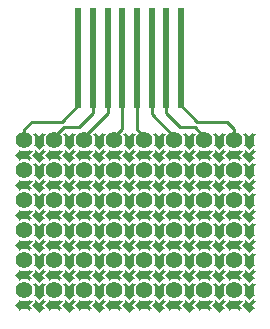
<source format=gtl>
G04 DipTrace 5.1.0.1*
G04 1 - Top.gtl*
%MOIN*%
G04 #@! TF.FileFunction,Copper,L1,Top*
G04 #@! TF.Part,Single*
G04 #@! TA.AperFunction,Conductor*
%ADD13C,0.01*%
%ADD14R,0.024409X0.334646*%
G04 #@! TA.AperFunction,ComponentPad*
%ADD15C,0.055118*%
%FSLAX26Y26*%
G04*
G70*
G90*
G75*
G01*
G04 Top*
%LPD*%
X1038583Y1317323D2*
D13*
Y1080413D1*
X1012402Y1054232D1*
Y1041732D1*
X1087402Y1317323D2*
Y1079232D1*
X1112402Y1054232D1*
Y1041732D1*
X989764Y1317323D2*
Y1131594D1*
X912402Y1054232D1*
Y1041732D1*
X940945Y1317323D2*
Y1132776D1*
X893652Y1085482D1*
X843652D1*
X812402Y1054232D1*
Y1041732D1*
X892126Y1317323D2*
Y1158957D1*
X837402Y1104232D1*
X737402D1*
X712402Y1079232D1*
Y1041732D1*
X1136220Y1317323D2*
Y1130413D1*
X1212402Y1054232D1*
Y1041732D1*
X1185039Y1317323D2*
Y1131594D1*
X1231152Y1085482D1*
X1281152D1*
X1312402Y1054232D1*
Y1041732D1*
X1233858Y1317323D2*
Y1157776D1*
X1287402Y1104232D1*
X1387402D1*
X1412402Y1079232D1*
Y1041732D1*
D14*
X892126Y1317323D3*
X940945D3*
X989764D3*
X1038583D3*
X1087402D3*
X1136220D3*
X1185039D3*
X1233858D3*
D15*
X712402Y941732D3*
X812402D3*
X912402D3*
X1012402D3*
X1112402D3*
X1212402D3*
X1312402D3*
X1412402D3*
X712402Y841732D3*
X812402D3*
X912402D3*
X1012402D3*
X1112402D3*
X1212402D3*
X1312402D3*
X1412402D3*
X712402Y741732D3*
X812402D3*
X912402D3*
X1012402D3*
X1112402D3*
X1212402D3*
X1312402D3*
X1412402D3*
X712402Y641732D3*
X812402D3*
X912402D3*
X1012402D3*
X1112402D3*
X1212402D3*
X1312402D3*
X1412402D3*
X712402Y541732D3*
X812402D3*
X912402D3*
X1012402D3*
X1112402D3*
X1212402D3*
X1312402D3*
X1412402D3*
X712402Y1041732D3*
X812402D3*
X912402D3*
X1012402D3*
X1112402D3*
X1212402D3*
X1312402D3*
X1412402D3*
G36*
X737008Y891732D2*
X762402Y866339D1*
X774094Y878031D1*
X782992D1*
X769291Y891732D1*
X782953Y905394D1*
X776063D1*
Y912283D1*
X762402Y898622D1*
X748701Y912323D1*
Y903425D1*
X737008Y891732D1*
G37*
G36*
X740748Y922047D2*
X749606D1*
X762402Y909252D1*
X775197Y922047D1*
X784055D1*
X776181Y929921D1*
Y953543D1*
X784055Y961417D1*
X775709D1*
Y969409D1*
X762402Y956102D1*
X748701Y969409D1*
Y961417D1*
X740748D1*
X748622Y953543D1*
Y929921D1*
X740748Y922047D1*
G37*
G36*
X692717Y913386D2*
Y904528D1*
X679921Y891732D1*
X692717Y878937D1*
Y870079D1*
X700591Y877953D1*
X724213D1*
X732087Y870079D1*
Y878425D1*
X740079D1*
X726772Y891732D1*
X740079Y905433D1*
X732087D1*
Y913386D1*
X724213Y905512D1*
X700591D1*
X692717Y913386D1*
G37*
G36*
X837008Y891732D2*
X862402Y866339D1*
X874094Y878031D1*
X882992D1*
X869291Y891732D1*
X882953Y905394D1*
X876063D1*
Y912283D1*
X862402Y898622D1*
X848701Y912323D1*
Y903425D1*
X837008Y891732D1*
G37*
G36*
X840748Y922047D2*
X849606D1*
X862402Y909252D1*
X875197Y922047D1*
X884055D1*
X876181Y929921D1*
Y953543D1*
X884055Y961417D1*
X875709D1*
Y969409D1*
X862402Y956102D1*
X848701Y969409D1*
Y961417D1*
X840748D1*
X848622Y953543D1*
Y929921D1*
X840748Y922047D1*
G37*
G36*
X792717Y913386D2*
Y904528D1*
X779921Y891732D1*
X792717Y878937D1*
Y870079D1*
X800591Y877953D1*
X824213D1*
X832087Y870079D1*
Y878425D1*
X840079D1*
X826772Y891732D1*
X840079Y905433D1*
X832087D1*
Y913386D1*
X824213Y905512D1*
X800591D1*
X792717Y913386D1*
G37*
G36*
X937008Y891732D2*
X962402Y866339D1*
X974094Y878031D1*
X982992D1*
X969291Y891732D1*
X982953Y905394D1*
X976063D1*
Y912283D1*
X962402Y898622D1*
X948701Y912323D1*
Y903425D1*
X937008Y891732D1*
G37*
G36*
X940748Y922047D2*
X949606D1*
X962402Y909252D1*
X975197Y922047D1*
X984055D1*
X976181Y929921D1*
Y953543D1*
X984055Y961417D1*
X975709D1*
Y969409D1*
X962402Y956102D1*
X948701Y969409D1*
Y961417D1*
X940748D1*
X948622Y953543D1*
Y929921D1*
X940748Y922047D1*
G37*
G36*
X892717Y913386D2*
Y904528D1*
X879921Y891732D1*
X892717Y878937D1*
Y870079D1*
X900591Y877953D1*
X924213D1*
X932087Y870079D1*
Y878425D1*
X940079D1*
X926772Y891732D1*
X940079Y905433D1*
X932087D1*
Y913386D1*
X924213Y905512D1*
X900591D1*
X892717Y913386D1*
G37*
G36*
X1037008Y891732D2*
X1062402Y866339D1*
X1074094Y878031D1*
X1082992D1*
X1069291Y891732D1*
X1082953Y905394D1*
X1076063D1*
Y912283D1*
X1062402Y898622D1*
X1048701Y912323D1*
Y903425D1*
X1037008Y891732D1*
G37*
G36*
X1040748Y922047D2*
X1049606D1*
X1062402Y909252D1*
X1075197Y922047D1*
X1084055D1*
X1076181Y929921D1*
Y953543D1*
X1084055Y961417D1*
X1075709D1*
Y969409D1*
X1062402Y956102D1*
X1048701Y969409D1*
Y961417D1*
X1040748D1*
X1048622Y953543D1*
Y929921D1*
X1040748Y922047D1*
G37*
G36*
X992717Y913386D2*
Y904528D1*
X979921Y891732D1*
X992717Y878937D1*
Y870079D1*
X1000591Y877953D1*
X1024213D1*
X1032087Y870079D1*
Y878425D1*
X1040079D1*
X1026772Y891732D1*
X1040079Y905433D1*
X1032087D1*
Y913386D1*
X1024213Y905512D1*
X1000591D1*
X992717Y913386D1*
G37*
G36*
X1137008Y891732D2*
X1162402Y866339D1*
X1174094Y878031D1*
X1182992D1*
X1169291Y891732D1*
X1182953Y905394D1*
X1176063D1*
Y912283D1*
X1162402Y898622D1*
X1148701Y912323D1*
Y903425D1*
X1137008Y891732D1*
G37*
G36*
X1140748Y922047D2*
X1149606D1*
X1162402Y909252D1*
X1175197Y922047D1*
X1184055D1*
X1176181Y929921D1*
Y953543D1*
X1184055Y961417D1*
X1175709D1*
Y969409D1*
X1162402Y956102D1*
X1148701Y969409D1*
Y961417D1*
X1140748D1*
X1148622Y953543D1*
Y929921D1*
X1140748Y922047D1*
G37*
G36*
X1092717Y913386D2*
Y904528D1*
X1079921Y891732D1*
X1092717Y878937D1*
Y870079D1*
X1100591Y877953D1*
X1124213D1*
X1132087Y870079D1*
Y878425D1*
X1140079D1*
X1126772Y891732D1*
X1140079Y905433D1*
X1132087D1*
Y913386D1*
X1124213Y905512D1*
X1100591D1*
X1092717Y913386D1*
G37*
G36*
X1237008Y891732D2*
X1262402Y866339D1*
X1274094Y878031D1*
X1282992D1*
X1269291Y891732D1*
X1282953Y905394D1*
X1276063D1*
Y912283D1*
X1262402Y898622D1*
X1248701Y912323D1*
Y903425D1*
X1237008Y891732D1*
G37*
G36*
X1240748Y922047D2*
X1249606D1*
X1262402Y909252D1*
X1275197Y922047D1*
X1284055D1*
X1276181Y929921D1*
Y953543D1*
X1284055Y961417D1*
X1275709D1*
Y969409D1*
X1262402Y956102D1*
X1248701Y969409D1*
Y961417D1*
X1240748D1*
X1248622Y953543D1*
Y929921D1*
X1240748Y922047D1*
G37*
G36*
X1192717Y913386D2*
Y904528D1*
X1179921Y891732D1*
X1192717Y878937D1*
Y870079D1*
X1200591Y877953D1*
X1224213D1*
X1232087Y870079D1*
Y878425D1*
X1240079D1*
X1226772Y891732D1*
X1240079Y905433D1*
X1232087D1*
Y913386D1*
X1224213Y905512D1*
X1200591D1*
X1192717Y913386D1*
G37*
G36*
X1337008Y891732D2*
X1362402Y866339D1*
X1374094Y878031D1*
X1382992D1*
X1369291Y891732D1*
X1382953Y905394D1*
X1376063D1*
Y912283D1*
X1362402Y898622D1*
X1348701Y912323D1*
Y903425D1*
X1337008Y891732D1*
G37*
G36*
X1340748Y922047D2*
X1349606D1*
X1362402Y909252D1*
X1375197Y922047D1*
X1384055D1*
X1376181Y929921D1*
Y953543D1*
X1384055Y961417D1*
X1375709D1*
Y969409D1*
X1362402Y956102D1*
X1348701Y969409D1*
Y961417D1*
X1340748D1*
X1348622Y953543D1*
Y929921D1*
X1340748Y922047D1*
G37*
G36*
X1292717Y913386D2*
Y904528D1*
X1279921Y891732D1*
X1292717Y878937D1*
Y870079D1*
X1300591Y877953D1*
X1324213D1*
X1332087Y870079D1*
Y878425D1*
X1340079D1*
X1326772Y891732D1*
X1340079Y905433D1*
X1332087D1*
Y913386D1*
X1324213Y905512D1*
X1300591D1*
X1292717Y913386D1*
G37*
G36*
X1437008Y891732D2*
X1462402Y866339D1*
X1474094Y878031D1*
X1482992D1*
X1469291Y891732D1*
X1482953Y905394D1*
X1476063D1*
Y912283D1*
X1462402Y898622D1*
X1448701Y912323D1*
Y903425D1*
X1437008Y891732D1*
G37*
G36*
X1440748Y922047D2*
X1449606D1*
X1462402Y909252D1*
X1475197Y922047D1*
X1484055D1*
X1476181Y929921D1*
Y953543D1*
X1484055Y961417D1*
X1475709D1*
Y969409D1*
X1462402Y956102D1*
X1448701Y969409D1*
Y961417D1*
X1440748D1*
X1448622Y953543D1*
Y929921D1*
X1440748Y922047D1*
G37*
G36*
X1392717Y913386D2*
Y904528D1*
X1379921Y891732D1*
X1392717Y878937D1*
Y870079D1*
X1400591Y877953D1*
X1424213D1*
X1432087Y870079D1*
Y878425D1*
X1440079D1*
X1426772Y891732D1*
X1440079Y905433D1*
X1432087D1*
Y913386D1*
X1424213Y905512D1*
X1400591D1*
X1392717Y913386D1*
G37*
G36*
X737008Y791732D2*
X762402Y766339D1*
X774094Y778031D1*
X782992D1*
X769291Y791732D1*
X782953Y805394D1*
X776063D1*
Y812283D1*
X762402Y798622D1*
X748701Y812323D1*
Y803425D1*
X737008Y791732D1*
G37*
G36*
X740748Y822047D2*
X749606D1*
X762402Y809252D1*
X775197Y822047D1*
X784055D1*
X776181Y829921D1*
Y853543D1*
X784055Y861417D1*
X775709D1*
Y869409D1*
X762402Y856102D1*
X748701Y869409D1*
Y861417D1*
X740748D1*
X748622Y853543D1*
Y829921D1*
X740748Y822047D1*
G37*
G36*
X692717Y813386D2*
Y804528D1*
X679921Y791732D1*
X692717Y778937D1*
Y770079D1*
X700591Y777953D1*
X724213D1*
X732087Y770079D1*
Y778425D1*
X740079D1*
X726772Y791732D1*
X740079Y805433D1*
X732087D1*
Y813386D1*
X724213Y805512D1*
X700591D1*
X692717Y813386D1*
G37*
G36*
X837008Y791732D2*
X862402Y766339D1*
X874094Y778031D1*
X882992D1*
X869291Y791732D1*
X882953Y805394D1*
X876063D1*
Y812283D1*
X862402Y798622D1*
X848701Y812323D1*
Y803425D1*
X837008Y791732D1*
G37*
G36*
X840748Y822047D2*
X849606D1*
X862402Y809252D1*
X875197Y822047D1*
X884055D1*
X876181Y829921D1*
Y853543D1*
X884055Y861417D1*
X875709D1*
Y869409D1*
X862402Y856102D1*
X848701Y869409D1*
Y861417D1*
X840748D1*
X848622Y853543D1*
Y829921D1*
X840748Y822047D1*
G37*
G36*
X792717Y813386D2*
Y804528D1*
X779921Y791732D1*
X792717Y778937D1*
Y770079D1*
X800591Y777953D1*
X824213D1*
X832087Y770079D1*
Y778425D1*
X840079D1*
X826772Y791732D1*
X840079Y805433D1*
X832087D1*
Y813386D1*
X824213Y805512D1*
X800591D1*
X792717Y813386D1*
G37*
G36*
X937008Y791732D2*
X962402Y766339D1*
X974094Y778031D1*
X982992D1*
X969291Y791732D1*
X982953Y805394D1*
X976063D1*
Y812283D1*
X962402Y798622D1*
X948701Y812323D1*
Y803425D1*
X937008Y791732D1*
G37*
G36*
X940748Y822047D2*
X949606D1*
X962402Y809252D1*
X975197Y822047D1*
X984055D1*
X976181Y829921D1*
Y853543D1*
X984055Y861417D1*
X975709D1*
Y869409D1*
X962402Y856102D1*
X948701Y869409D1*
Y861417D1*
X940748D1*
X948622Y853543D1*
Y829921D1*
X940748Y822047D1*
G37*
G36*
X892717Y813386D2*
Y804528D1*
X879921Y791732D1*
X892717Y778937D1*
Y770079D1*
X900591Y777953D1*
X924213D1*
X932087Y770079D1*
Y778425D1*
X940079D1*
X926772Y791732D1*
X940079Y805433D1*
X932087D1*
Y813386D1*
X924213Y805512D1*
X900591D1*
X892717Y813386D1*
G37*
G36*
X1037008Y791732D2*
X1062402Y766339D1*
X1074094Y778031D1*
X1082992D1*
X1069291Y791732D1*
X1082953Y805394D1*
X1076063D1*
Y812283D1*
X1062402Y798622D1*
X1048701Y812323D1*
Y803425D1*
X1037008Y791732D1*
G37*
G36*
X1040748Y822047D2*
X1049606D1*
X1062402Y809252D1*
X1075197Y822047D1*
X1084055D1*
X1076181Y829921D1*
Y853543D1*
X1084055Y861417D1*
X1075709D1*
Y869409D1*
X1062402Y856102D1*
X1048701Y869409D1*
Y861417D1*
X1040748D1*
X1048622Y853543D1*
Y829921D1*
X1040748Y822047D1*
G37*
G36*
X992717Y813386D2*
Y804528D1*
X979921Y791732D1*
X992717Y778937D1*
Y770079D1*
X1000591Y777953D1*
X1024213D1*
X1032087Y770079D1*
Y778425D1*
X1040079D1*
X1026772Y791732D1*
X1040079Y805433D1*
X1032087D1*
Y813386D1*
X1024213Y805512D1*
X1000591D1*
X992717Y813386D1*
G37*
G36*
X1137008Y791732D2*
X1162402Y766339D1*
X1174094Y778031D1*
X1182992D1*
X1169291Y791732D1*
X1182953Y805394D1*
X1176063D1*
Y812283D1*
X1162402Y798622D1*
X1148701Y812323D1*
Y803425D1*
X1137008Y791732D1*
G37*
G36*
X1140748Y822047D2*
X1149606D1*
X1162402Y809252D1*
X1175197Y822047D1*
X1184055D1*
X1176181Y829921D1*
Y853543D1*
X1184055Y861417D1*
X1175709D1*
Y869409D1*
X1162402Y856102D1*
X1148701Y869409D1*
Y861417D1*
X1140748D1*
X1148622Y853543D1*
Y829921D1*
X1140748Y822047D1*
G37*
G36*
X1092717Y813386D2*
Y804528D1*
X1079921Y791732D1*
X1092717Y778937D1*
Y770079D1*
X1100591Y777953D1*
X1124213D1*
X1132087Y770079D1*
Y778425D1*
X1140079D1*
X1126772Y791732D1*
X1140079Y805433D1*
X1132087D1*
Y813386D1*
X1124213Y805512D1*
X1100591D1*
X1092717Y813386D1*
G37*
G36*
X1237008Y791732D2*
X1262402Y766339D1*
X1274094Y778031D1*
X1282992D1*
X1269291Y791732D1*
X1282953Y805394D1*
X1276063D1*
Y812283D1*
X1262402Y798622D1*
X1248701Y812323D1*
Y803425D1*
X1237008Y791732D1*
G37*
G36*
X1240748Y822047D2*
X1249606D1*
X1262402Y809252D1*
X1275197Y822047D1*
X1284055D1*
X1276181Y829921D1*
Y853543D1*
X1284055Y861417D1*
X1275709D1*
Y869409D1*
X1262402Y856102D1*
X1248701Y869409D1*
Y861417D1*
X1240748D1*
X1248622Y853543D1*
Y829921D1*
X1240748Y822047D1*
G37*
G36*
X1192717Y813386D2*
Y804528D1*
X1179921Y791732D1*
X1192717Y778937D1*
Y770079D1*
X1200591Y777953D1*
X1224213D1*
X1232087Y770079D1*
Y778425D1*
X1240079D1*
X1226772Y791732D1*
X1240079Y805433D1*
X1232087D1*
Y813386D1*
X1224213Y805512D1*
X1200591D1*
X1192717Y813386D1*
G37*
G36*
X1337008Y791732D2*
X1362402Y766339D1*
X1374094Y778031D1*
X1382992D1*
X1369291Y791732D1*
X1382953Y805394D1*
X1376063D1*
Y812283D1*
X1362402Y798622D1*
X1348701Y812323D1*
Y803425D1*
X1337008Y791732D1*
G37*
G36*
X1340748Y822047D2*
X1349606D1*
X1362402Y809252D1*
X1375197Y822047D1*
X1384055D1*
X1376181Y829921D1*
Y853543D1*
X1384055Y861417D1*
X1375709D1*
Y869409D1*
X1362402Y856102D1*
X1348701Y869409D1*
Y861417D1*
X1340748D1*
X1348622Y853543D1*
Y829921D1*
X1340748Y822047D1*
G37*
G36*
X1292717Y813386D2*
Y804528D1*
X1279921Y791732D1*
X1292717Y778937D1*
Y770079D1*
X1300591Y777953D1*
X1324213D1*
X1332087Y770079D1*
Y778425D1*
X1340079D1*
X1326772Y791732D1*
X1340079Y805433D1*
X1332087D1*
Y813386D1*
X1324213Y805512D1*
X1300591D1*
X1292717Y813386D1*
G37*
G36*
X1437008Y791732D2*
X1462402Y766339D1*
X1474094Y778031D1*
X1482992D1*
X1469291Y791732D1*
X1482953Y805394D1*
X1476063D1*
Y812283D1*
X1462402Y798622D1*
X1448701Y812323D1*
Y803425D1*
X1437008Y791732D1*
G37*
G36*
X1440748Y822047D2*
X1449606D1*
X1462402Y809252D1*
X1475197Y822047D1*
X1484055D1*
X1476181Y829921D1*
Y853543D1*
X1484055Y861417D1*
X1475709D1*
Y869409D1*
X1462402Y856102D1*
X1448701Y869409D1*
Y861417D1*
X1440748D1*
X1448622Y853543D1*
Y829921D1*
X1440748Y822047D1*
G37*
G36*
X1392717Y813386D2*
Y804528D1*
X1379921Y791732D1*
X1392717Y778937D1*
Y770079D1*
X1400591Y777953D1*
X1424213D1*
X1432087Y770079D1*
Y778425D1*
X1440079D1*
X1426772Y791732D1*
X1440079Y805433D1*
X1432087D1*
Y813386D1*
X1424213Y805512D1*
X1400591D1*
X1392717Y813386D1*
G37*
G36*
X737008Y691732D2*
X762402Y666339D1*
X774094Y678031D1*
X782992D1*
X769291Y691732D1*
X782953Y705394D1*
X776063D1*
Y712283D1*
X762402Y698622D1*
X748701Y712323D1*
Y703425D1*
X737008Y691732D1*
G37*
G36*
X740748Y722047D2*
X749606D1*
X762402Y709252D1*
X775197Y722047D1*
X784055D1*
X776181Y729921D1*
Y753543D1*
X784055Y761417D1*
X775709D1*
Y769409D1*
X762402Y756102D1*
X748701Y769409D1*
Y761417D1*
X740748D1*
X748622Y753543D1*
Y729921D1*
X740748Y722047D1*
G37*
G36*
X692717Y713386D2*
Y704528D1*
X679921Y691732D1*
X692717Y678937D1*
Y670079D1*
X700591Y677953D1*
X724213D1*
X732087Y670079D1*
Y678425D1*
X740079D1*
X726772Y691732D1*
X740079Y705433D1*
X732087D1*
Y713386D1*
X724213Y705512D1*
X700591D1*
X692717Y713386D1*
G37*
G36*
X837008Y691732D2*
X862402Y666339D1*
X874094Y678031D1*
X882992D1*
X869291Y691732D1*
X882953Y705394D1*
X876063D1*
Y712283D1*
X862402Y698622D1*
X848701Y712323D1*
Y703425D1*
X837008Y691732D1*
G37*
G36*
X840748Y722047D2*
X849606D1*
X862402Y709252D1*
X875197Y722047D1*
X884055D1*
X876181Y729921D1*
Y753543D1*
X884055Y761417D1*
X875709D1*
Y769409D1*
X862402Y756102D1*
X848701Y769409D1*
Y761417D1*
X840748D1*
X848622Y753543D1*
Y729921D1*
X840748Y722047D1*
G37*
G36*
X792717Y713386D2*
Y704528D1*
X779921Y691732D1*
X792717Y678937D1*
Y670079D1*
X800591Y677953D1*
X824213D1*
X832087Y670079D1*
Y678425D1*
X840079D1*
X826772Y691732D1*
X840079Y705433D1*
X832087D1*
Y713386D1*
X824213Y705512D1*
X800591D1*
X792717Y713386D1*
G37*
G36*
X937008Y691732D2*
X962402Y666339D1*
X974094Y678031D1*
X982992D1*
X969291Y691732D1*
X982953Y705394D1*
X976063D1*
Y712283D1*
X962402Y698622D1*
X948701Y712323D1*
Y703425D1*
X937008Y691732D1*
G37*
G36*
X940748Y722047D2*
X949606D1*
X962402Y709252D1*
X975197Y722047D1*
X984055D1*
X976181Y729921D1*
Y753543D1*
X984055Y761417D1*
X975709D1*
Y769409D1*
X962402Y756102D1*
X948701Y769409D1*
Y761417D1*
X940748D1*
X948622Y753543D1*
Y729921D1*
X940748Y722047D1*
G37*
G36*
X892717Y713386D2*
Y704528D1*
X879921Y691732D1*
X892717Y678937D1*
Y670079D1*
X900591Y677953D1*
X924213D1*
X932087Y670079D1*
Y678425D1*
X940079D1*
X926772Y691732D1*
X940079Y705433D1*
X932087D1*
Y713386D1*
X924213Y705512D1*
X900591D1*
X892717Y713386D1*
G37*
G36*
X1037008Y691732D2*
X1062402Y666339D1*
X1074094Y678031D1*
X1082992D1*
X1069291Y691732D1*
X1082953Y705394D1*
X1076063D1*
Y712283D1*
X1062402Y698622D1*
X1048701Y712323D1*
Y703425D1*
X1037008Y691732D1*
G37*
G36*
X1040748Y722047D2*
X1049606D1*
X1062402Y709252D1*
X1075197Y722047D1*
X1084055D1*
X1076181Y729921D1*
Y753543D1*
X1084055Y761417D1*
X1075709D1*
Y769409D1*
X1062402Y756102D1*
X1048701Y769409D1*
Y761417D1*
X1040748D1*
X1048622Y753543D1*
Y729921D1*
X1040748Y722047D1*
G37*
G36*
X992717Y713386D2*
Y704528D1*
X979921Y691732D1*
X992717Y678937D1*
Y670079D1*
X1000591Y677953D1*
X1024213D1*
X1032087Y670079D1*
Y678425D1*
X1040079D1*
X1026772Y691732D1*
X1040079Y705433D1*
X1032087D1*
Y713386D1*
X1024213Y705512D1*
X1000591D1*
X992717Y713386D1*
G37*
G36*
X1137008Y691732D2*
X1162402Y666339D1*
X1174094Y678031D1*
X1182992D1*
X1169291Y691732D1*
X1182953Y705394D1*
X1176063D1*
Y712283D1*
X1162402Y698622D1*
X1148701Y712323D1*
Y703425D1*
X1137008Y691732D1*
G37*
G36*
X1140748Y722047D2*
X1149606D1*
X1162402Y709252D1*
X1175197Y722047D1*
X1184055D1*
X1176181Y729921D1*
Y753543D1*
X1184055Y761417D1*
X1175709D1*
Y769409D1*
X1162402Y756102D1*
X1148701Y769409D1*
Y761417D1*
X1140748D1*
X1148622Y753543D1*
Y729921D1*
X1140748Y722047D1*
G37*
G36*
X1092717Y713386D2*
Y704528D1*
X1079921Y691732D1*
X1092717Y678937D1*
Y670079D1*
X1100591Y677953D1*
X1124213D1*
X1132087Y670079D1*
Y678425D1*
X1140079D1*
X1126772Y691732D1*
X1140079Y705433D1*
X1132087D1*
Y713386D1*
X1124213Y705512D1*
X1100591D1*
X1092717Y713386D1*
G37*
G36*
X1237008Y691732D2*
X1262402Y666339D1*
X1274094Y678031D1*
X1282992D1*
X1269291Y691732D1*
X1282953Y705394D1*
X1276063D1*
Y712283D1*
X1262402Y698622D1*
X1248701Y712323D1*
Y703425D1*
X1237008Y691732D1*
G37*
G36*
X1240748Y722047D2*
X1249606D1*
X1262402Y709252D1*
X1275197Y722047D1*
X1284055D1*
X1276181Y729921D1*
Y753543D1*
X1284055Y761417D1*
X1275709D1*
Y769409D1*
X1262402Y756102D1*
X1248701Y769409D1*
Y761417D1*
X1240748D1*
X1248622Y753543D1*
Y729921D1*
X1240748Y722047D1*
G37*
G36*
X1192717Y713386D2*
Y704528D1*
X1179921Y691732D1*
X1192717Y678937D1*
Y670079D1*
X1200591Y677953D1*
X1224213D1*
X1232087Y670079D1*
Y678425D1*
X1240079D1*
X1226772Y691732D1*
X1240079Y705433D1*
X1232087D1*
Y713386D1*
X1224213Y705512D1*
X1200591D1*
X1192717Y713386D1*
G37*
G36*
X1337008Y691732D2*
X1362402Y666339D1*
X1374094Y678031D1*
X1382992D1*
X1369291Y691732D1*
X1382953Y705394D1*
X1376063D1*
Y712283D1*
X1362402Y698622D1*
X1348701Y712323D1*
Y703425D1*
X1337008Y691732D1*
G37*
G36*
X1340748Y722047D2*
X1349606D1*
X1362402Y709252D1*
X1375197Y722047D1*
X1384055D1*
X1376181Y729921D1*
Y753543D1*
X1384055Y761417D1*
X1375709D1*
Y769409D1*
X1362402Y756102D1*
X1348701Y769409D1*
Y761417D1*
X1340748D1*
X1348622Y753543D1*
Y729921D1*
X1340748Y722047D1*
G37*
G36*
X1292717Y713386D2*
Y704528D1*
X1279921Y691732D1*
X1292717Y678937D1*
Y670079D1*
X1300591Y677953D1*
X1324213D1*
X1332087Y670079D1*
Y678425D1*
X1340079D1*
X1326772Y691732D1*
X1340079Y705433D1*
X1332087D1*
Y713386D1*
X1324213Y705512D1*
X1300591D1*
X1292717Y713386D1*
G37*
G36*
X1437008Y691732D2*
X1462402Y666339D1*
X1474094Y678031D1*
X1482992D1*
X1469291Y691732D1*
X1482953Y705394D1*
X1476063D1*
Y712283D1*
X1462402Y698622D1*
X1448701Y712323D1*
Y703425D1*
X1437008Y691732D1*
G37*
G36*
X1440748Y722047D2*
X1449606D1*
X1462402Y709252D1*
X1475197Y722047D1*
X1484055D1*
X1476181Y729921D1*
Y753543D1*
X1484055Y761417D1*
X1475709D1*
Y769409D1*
X1462402Y756102D1*
X1448701Y769409D1*
Y761417D1*
X1440748D1*
X1448622Y753543D1*
Y729921D1*
X1440748Y722047D1*
G37*
G36*
X1392717Y713386D2*
Y704528D1*
X1379921Y691732D1*
X1392717Y678937D1*
Y670079D1*
X1400591Y677953D1*
X1424213D1*
X1432087Y670079D1*
Y678425D1*
X1440079D1*
X1426772Y691732D1*
X1440079Y705433D1*
X1432087D1*
Y713386D1*
X1424213Y705512D1*
X1400591D1*
X1392717Y713386D1*
G37*
G36*
X737008Y591732D2*
X762402Y566339D1*
X774094Y578031D1*
X782992D1*
X769291Y591732D1*
X782953Y605394D1*
X776063D1*
Y612283D1*
X762402Y598622D1*
X748701Y612323D1*
Y603425D1*
X737008Y591732D1*
G37*
G36*
X740748Y622047D2*
X749606D1*
X762402Y609252D1*
X775197Y622047D1*
X784055D1*
X776181Y629921D1*
Y653543D1*
X784055Y661417D1*
X775709D1*
Y669409D1*
X762402Y656102D1*
X748701Y669409D1*
Y661417D1*
X740748D1*
X748622Y653543D1*
Y629921D1*
X740748Y622047D1*
G37*
G36*
X692717Y613386D2*
Y604528D1*
X679921Y591732D1*
X692717Y578937D1*
Y570079D1*
X700591Y577953D1*
X724213D1*
X732087Y570079D1*
Y578425D1*
X740079D1*
X726772Y591732D1*
X740079Y605433D1*
X732087D1*
Y613386D1*
X724213Y605512D1*
X700591D1*
X692717Y613386D1*
G37*
G36*
X837008Y591732D2*
X862402Y566339D1*
X874094Y578031D1*
X882992D1*
X869291Y591732D1*
X882953Y605394D1*
X876063D1*
Y612283D1*
X862402Y598622D1*
X848701Y612323D1*
Y603425D1*
X837008Y591732D1*
G37*
G36*
X840748Y622047D2*
X849606D1*
X862402Y609252D1*
X875197Y622047D1*
X884055D1*
X876181Y629921D1*
Y653543D1*
X884055Y661417D1*
X875709D1*
Y669409D1*
X862402Y656102D1*
X848701Y669409D1*
Y661417D1*
X840748D1*
X848622Y653543D1*
Y629921D1*
X840748Y622047D1*
G37*
G36*
X792717Y613386D2*
Y604528D1*
X779921Y591732D1*
X792717Y578937D1*
Y570079D1*
X800591Y577953D1*
X824213D1*
X832087Y570079D1*
Y578425D1*
X840079D1*
X826772Y591732D1*
X840079Y605433D1*
X832087D1*
Y613386D1*
X824213Y605512D1*
X800591D1*
X792717Y613386D1*
G37*
G36*
X937008Y591732D2*
X962402Y566339D1*
X974094Y578031D1*
X982992D1*
X969291Y591732D1*
X982953Y605394D1*
X976063D1*
Y612283D1*
X962402Y598622D1*
X948701Y612323D1*
Y603425D1*
X937008Y591732D1*
G37*
G36*
X940748Y622047D2*
X949606D1*
X962402Y609252D1*
X975197Y622047D1*
X984055D1*
X976181Y629921D1*
Y653543D1*
X984055Y661417D1*
X975709D1*
Y669409D1*
X962402Y656102D1*
X948701Y669409D1*
Y661417D1*
X940748D1*
X948622Y653543D1*
Y629921D1*
X940748Y622047D1*
G37*
G36*
X892717Y613386D2*
Y604528D1*
X879921Y591732D1*
X892717Y578937D1*
Y570079D1*
X900591Y577953D1*
X924213D1*
X932087Y570079D1*
Y578425D1*
X940079D1*
X926772Y591732D1*
X940079Y605433D1*
X932087D1*
Y613386D1*
X924213Y605512D1*
X900591D1*
X892717Y613386D1*
G37*
G36*
X1037008Y591732D2*
X1062402Y566339D1*
X1074094Y578031D1*
X1082992D1*
X1069291Y591732D1*
X1082953Y605394D1*
X1076063D1*
Y612283D1*
X1062402Y598622D1*
X1048701Y612323D1*
Y603425D1*
X1037008Y591732D1*
G37*
G36*
X1040748Y622047D2*
X1049606D1*
X1062402Y609252D1*
X1075197Y622047D1*
X1084055D1*
X1076181Y629921D1*
Y653543D1*
X1084055Y661417D1*
X1075709D1*
Y669409D1*
X1062402Y656102D1*
X1048701Y669409D1*
Y661417D1*
X1040748D1*
X1048622Y653543D1*
Y629921D1*
X1040748Y622047D1*
G37*
G36*
X992717Y613386D2*
Y604528D1*
X979921Y591732D1*
X992717Y578937D1*
Y570079D1*
X1000591Y577953D1*
X1024213D1*
X1032087Y570079D1*
Y578425D1*
X1040079D1*
X1026772Y591732D1*
X1040079Y605433D1*
X1032087D1*
Y613386D1*
X1024213Y605512D1*
X1000591D1*
X992717Y613386D1*
G37*
G36*
X1137008Y591732D2*
X1162402Y566339D1*
X1174094Y578031D1*
X1182992D1*
X1169291Y591732D1*
X1182953Y605394D1*
X1176063D1*
Y612283D1*
X1162402Y598622D1*
X1148701Y612323D1*
Y603425D1*
X1137008Y591732D1*
G37*
G36*
X1140748Y622047D2*
X1149606D1*
X1162402Y609252D1*
X1175197Y622047D1*
X1184055D1*
X1176181Y629921D1*
Y653543D1*
X1184055Y661417D1*
X1175709D1*
Y669409D1*
X1162402Y656102D1*
X1148701Y669409D1*
Y661417D1*
X1140748D1*
X1148622Y653543D1*
Y629921D1*
X1140748Y622047D1*
G37*
G36*
X1092717Y613386D2*
Y604528D1*
X1079921Y591732D1*
X1092717Y578937D1*
Y570079D1*
X1100591Y577953D1*
X1124213D1*
X1132087Y570079D1*
Y578425D1*
X1140079D1*
X1126772Y591732D1*
X1140079Y605433D1*
X1132087D1*
Y613386D1*
X1124213Y605512D1*
X1100591D1*
X1092717Y613386D1*
G37*
G36*
X1237008Y591732D2*
X1262402Y566339D1*
X1274094Y578031D1*
X1282992D1*
X1269291Y591732D1*
X1282953Y605394D1*
X1276063D1*
Y612283D1*
X1262402Y598622D1*
X1248701Y612323D1*
Y603425D1*
X1237008Y591732D1*
G37*
G36*
X1240748Y622047D2*
X1249606D1*
X1262402Y609252D1*
X1275197Y622047D1*
X1284055D1*
X1276181Y629921D1*
Y653543D1*
X1284055Y661417D1*
X1275709D1*
Y669409D1*
X1262402Y656102D1*
X1248701Y669409D1*
Y661417D1*
X1240748D1*
X1248622Y653543D1*
Y629921D1*
X1240748Y622047D1*
G37*
G36*
X1192717Y613386D2*
Y604528D1*
X1179921Y591732D1*
X1192717Y578937D1*
Y570079D1*
X1200591Y577953D1*
X1224213D1*
X1232087Y570079D1*
Y578425D1*
X1240079D1*
X1226772Y591732D1*
X1240079Y605433D1*
X1232087D1*
Y613386D1*
X1224213Y605512D1*
X1200591D1*
X1192717Y613386D1*
G37*
G36*
X1337008Y591732D2*
X1362402Y566339D1*
X1374094Y578031D1*
X1382992D1*
X1369291Y591732D1*
X1382953Y605394D1*
X1376063D1*
Y612283D1*
X1362402Y598622D1*
X1348701Y612323D1*
Y603425D1*
X1337008Y591732D1*
G37*
G36*
X1340748Y622047D2*
X1349606D1*
X1362402Y609252D1*
X1375197Y622047D1*
X1384055D1*
X1376181Y629921D1*
Y653543D1*
X1384055Y661417D1*
X1375709D1*
Y669409D1*
X1362402Y656102D1*
X1348701Y669409D1*
Y661417D1*
X1340748D1*
X1348622Y653543D1*
Y629921D1*
X1340748Y622047D1*
G37*
G36*
X1292717Y613386D2*
Y604528D1*
X1279921Y591732D1*
X1292717Y578937D1*
Y570079D1*
X1300591Y577953D1*
X1324213D1*
X1332087Y570079D1*
Y578425D1*
X1340079D1*
X1326772Y591732D1*
X1340079Y605433D1*
X1332087D1*
Y613386D1*
X1324213Y605512D1*
X1300591D1*
X1292717Y613386D1*
G37*
G36*
X1437008Y591732D2*
X1462402Y566339D1*
X1474094Y578031D1*
X1482992D1*
X1469291Y591732D1*
X1482953Y605394D1*
X1476063D1*
Y612283D1*
X1462402Y598622D1*
X1448701Y612323D1*
Y603425D1*
X1437008Y591732D1*
G37*
G36*
X1440748Y622047D2*
X1449606D1*
X1462402Y609252D1*
X1475197Y622047D1*
X1484055D1*
X1476181Y629921D1*
Y653543D1*
X1484055Y661417D1*
X1475709D1*
Y669409D1*
X1462402Y656102D1*
X1448701Y669409D1*
Y661417D1*
X1440748D1*
X1448622Y653543D1*
Y629921D1*
X1440748Y622047D1*
G37*
G36*
X1392717Y613386D2*
Y604528D1*
X1379921Y591732D1*
X1392717Y578937D1*
Y570079D1*
X1400591Y577953D1*
X1424213D1*
X1432087Y570079D1*
Y578425D1*
X1440079D1*
X1426772Y591732D1*
X1440079Y605433D1*
X1432087D1*
Y613386D1*
X1424213Y605512D1*
X1400591D1*
X1392717Y613386D1*
G37*
G36*
X737008Y491732D2*
X762402Y466339D1*
X774094Y478031D1*
X782992D1*
X769291Y491732D1*
X782953Y505394D1*
X776063D1*
Y512283D1*
X762402Y498622D1*
X748701Y512323D1*
Y503425D1*
X737008Y491732D1*
G37*
G36*
X740748Y522047D2*
X749606D1*
X762402Y509252D1*
X775197Y522047D1*
X784055D1*
X776181Y529921D1*
Y553543D1*
X784055Y561417D1*
X775709D1*
Y569409D1*
X762402Y556102D1*
X748701Y569409D1*
Y561417D1*
X740748D1*
X748622Y553543D1*
Y529921D1*
X740748Y522047D1*
G37*
G36*
X692717Y513386D2*
Y504528D1*
X679921Y491732D1*
X692717Y478937D1*
Y470079D1*
X700591Y477953D1*
X724213D1*
X732087Y470079D1*
Y478425D1*
X740079D1*
X726772Y491732D1*
X740079Y505433D1*
X732087D1*
Y513386D1*
X724213Y505512D1*
X700591D1*
X692717Y513386D1*
G37*
G36*
X837008Y491732D2*
X862402Y466339D1*
X874094Y478031D1*
X882992D1*
X869291Y491732D1*
X882953Y505394D1*
X876063D1*
Y512283D1*
X862402Y498622D1*
X848701Y512323D1*
Y503425D1*
X837008Y491732D1*
G37*
G36*
X840748Y522047D2*
X849606D1*
X862402Y509252D1*
X875197Y522047D1*
X884055D1*
X876181Y529921D1*
Y553543D1*
X884055Y561417D1*
X875709D1*
Y569409D1*
X862402Y556102D1*
X848701Y569409D1*
Y561417D1*
X840748D1*
X848622Y553543D1*
Y529921D1*
X840748Y522047D1*
G37*
G36*
X792717Y513386D2*
Y504528D1*
X779921Y491732D1*
X792717Y478937D1*
Y470079D1*
X800591Y477953D1*
X824213D1*
X832087Y470079D1*
Y478425D1*
X840079D1*
X826772Y491732D1*
X840079Y505433D1*
X832087D1*
Y513386D1*
X824213Y505512D1*
X800591D1*
X792717Y513386D1*
G37*
G36*
X937008Y491732D2*
X962402Y466339D1*
X974094Y478031D1*
X982992D1*
X969291Y491732D1*
X982953Y505394D1*
X976063D1*
Y512283D1*
X962402Y498622D1*
X948701Y512323D1*
Y503425D1*
X937008Y491732D1*
G37*
G36*
X940748Y522047D2*
X949606D1*
X962402Y509252D1*
X975197Y522047D1*
X984055D1*
X976181Y529921D1*
Y553543D1*
X984055Y561417D1*
X975709D1*
Y569409D1*
X962402Y556102D1*
X948701Y569409D1*
Y561417D1*
X940748D1*
X948622Y553543D1*
Y529921D1*
X940748Y522047D1*
G37*
G36*
X892717Y513386D2*
Y504528D1*
X879921Y491732D1*
X892717Y478937D1*
Y470079D1*
X900591Y477953D1*
X924213D1*
X932087Y470079D1*
Y478425D1*
X940079D1*
X926772Y491732D1*
X940079Y505433D1*
X932087D1*
Y513386D1*
X924213Y505512D1*
X900591D1*
X892717Y513386D1*
G37*
G36*
X1037008Y491732D2*
X1062402Y466339D1*
X1074094Y478031D1*
X1082992D1*
X1069291Y491732D1*
X1082953Y505394D1*
X1076063D1*
Y512283D1*
X1062402Y498622D1*
X1048701Y512323D1*
Y503425D1*
X1037008Y491732D1*
G37*
G36*
X1040748Y522047D2*
X1049606D1*
X1062402Y509252D1*
X1075197Y522047D1*
X1084055D1*
X1076181Y529921D1*
Y553543D1*
X1084055Y561417D1*
X1075709D1*
Y569409D1*
X1062402Y556102D1*
X1048701Y569409D1*
Y561417D1*
X1040748D1*
X1048622Y553543D1*
Y529921D1*
X1040748Y522047D1*
G37*
G36*
X992717Y513386D2*
Y504528D1*
X979921Y491732D1*
X992717Y478937D1*
Y470079D1*
X1000591Y477953D1*
X1024213D1*
X1032087Y470079D1*
Y478425D1*
X1040079D1*
X1026772Y491732D1*
X1040079Y505433D1*
X1032087D1*
Y513386D1*
X1024213Y505512D1*
X1000591D1*
X992717Y513386D1*
G37*
G36*
X1137008Y491732D2*
X1162402Y466339D1*
X1174094Y478031D1*
X1182992D1*
X1169291Y491732D1*
X1182953Y505394D1*
X1176063D1*
Y512283D1*
X1162402Y498622D1*
X1148701Y512323D1*
Y503425D1*
X1137008Y491732D1*
G37*
G36*
X1140748Y522047D2*
X1149606D1*
X1162402Y509252D1*
X1175197Y522047D1*
X1184055D1*
X1176181Y529921D1*
Y553543D1*
X1184055Y561417D1*
X1175709D1*
Y569409D1*
X1162402Y556102D1*
X1148701Y569409D1*
Y561417D1*
X1140748D1*
X1148622Y553543D1*
Y529921D1*
X1140748Y522047D1*
G37*
G36*
X1092717Y513386D2*
Y504528D1*
X1079921Y491732D1*
X1092717Y478937D1*
Y470079D1*
X1100591Y477953D1*
X1124213D1*
X1132087Y470079D1*
Y478425D1*
X1140079D1*
X1126772Y491732D1*
X1140079Y505433D1*
X1132087D1*
Y513386D1*
X1124213Y505512D1*
X1100591D1*
X1092717Y513386D1*
G37*
G36*
X1237008Y491732D2*
X1262402Y466339D1*
X1274094Y478031D1*
X1282992D1*
X1269291Y491732D1*
X1282953Y505394D1*
X1276063D1*
Y512283D1*
X1262402Y498622D1*
X1248701Y512323D1*
Y503425D1*
X1237008Y491732D1*
G37*
G36*
X1240748Y522047D2*
X1249606D1*
X1262402Y509252D1*
X1275197Y522047D1*
X1284055D1*
X1276181Y529921D1*
Y553543D1*
X1284055Y561417D1*
X1275709D1*
Y569409D1*
X1262402Y556102D1*
X1248701Y569409D1*
Y561417D1*
X1240748D1*
X1248622Y553543D1*
Y529921D1*
X1240748Y522047D1*
G37*
G36*
X1192717Y513386D2*
Y504528D1*
X1179921Y491732D1*
X1192717Y478937D1*
Y470079D1*
X1200591Y477953D1*
X1224213D1*
X1232087Y470079D1*
Y478425D1*
X1240079D1*
X1226772Y491732D1*
X1240079Y505433D1*
X1232087D1*
Y513386D1*
X1224213Y505512D1*
X1200591D1*
X1192717Y513386D1*
G37*
G36*
X1337008Y491732D2*
X1362402Y466339D1*
X1374094Y478031D1*
X1382992D1*
X1369291Y491732D1*
X1382953Y505394D1*
X1376063D1*
Y512283D1*
X1362402Y498622D1*
X1348701Y512323D1*
Y503425D1*
X1337008Y491732D1*
G37*
G36*
X1340748Y522047D2*
X1349606D1*
X1362402Y509252D1*
X1375197Y522047D1*
X1384055D1*
X1376181Y529921D1*
Y553543D1*
X1384055Y561417D1*
X1375709D1*
Y569409D1*
X1362402Y556102D1*
X1348701Y569409D1*
Y561417D1*
X1340748D1*
X1348622Y553543D1*
Y529921D1*
X1340748Y522047D1*
G37*
G36*
X1292717Y513386D2*
Y504528D1*
X1279921Y491732D1*
X1292717Y478937D1*
Y470079D1*
X1300591Y477953D1*
X1324213D1*
X1332087Y470079D1*
Y478425D1*
X1340079D1*
X1326772Y491732D1*
X1340079Y505433D1*
X1332087D1*
Y513386D1*
X1324213Y505512D1*
X1300591D1*
X1292717Y513386D1*
G37*
G36*
X1437008Y491732D2*
X1462402Y466339D1*
X1474094Y478031D1*
X1482992D1*
X1469291Y491732D1*
X1482953Y505394D1*
X1476063D1*
Y512283D1*
X1462402Y498622D1*
X1448701Y512323D1*
Y503425D1*
X1437008Y491732D1*
G37*
G36*
X1440748Y522047D2*
X1449606D1*
X1462402Y509252D1*
X1475197Y522047D1*
X1484055D1*
X1476181Y529921D1*
Y553543D1*
X1484055Y561417D1*
X1475709D1*
Y569409D1*
X1462402Y556102D1*
X1448701Y569409D1*
Y561417D1*
X1440748D1*
X1448622Y553543D1*
Y529921D1*
X1440748Y522047D1*
G37*
G36*
X1392717Y513386D2*
Y504528D1*
X1379921Y491732D1*
X1392717Y478937D1*
Y470079D1*
X1400591Y477953D1*
X1424213D1*
X1432087Y470079D1*
Y478425D1*
X1440079D1*
X1426772Y491732D1*
X1440079Y505433D1*
X1432087D1*
Y513386D1*
X1424213Y505512D1*
X1400591D1*
X1392717Y513386D1*
G37*
G36*
X737008Y991732D2*
X762402Y966339D1*
X774094Y978031D1*
X782992D1*
X769291Y991732D1*
X782953Y1005394D1*
X776063D1*
Y1012283D1*
X762402Y998622D1*
X748701Y1012323D1*
Y1003425D1*
X737008Y991732D1*
G37*
G36*
X740748Y1022047D2*
X749606D1*
X762402Y1009252D1*
X775197Y1022047D1*
X784055D1*
X776181Y1029921D1*
Y1053543D1*
X784055Y1061417D1*
X775709D1*
Y1069409D1*
X762402Y1056102D1*
X748701Y1069409D1*
Y1061417D1*
X740748D1*
X748622Y1053543D1*
Y1029921D1*
X740748Y1022047D1*
G37*
G36*
X692717Y1013386D2*
Y1004528D1*
X679921Y991732D1*
X692717Y978937D1*
Y970079D1*
X700591Y977953D1*
X724213D1*
X732087Y970079D1*
Y978425D1*
X740079D1*
X726772Y991732D1*
X740079Y1005433D1*
X732087D1*
Y1013386D1*
X724213Y1005512D1*
X700591D1*
X692717Y1013386D1*
G37*
G36*
X837008Y991732D2*
X862402Y966339D1*
X874094Y978031D1*
X882992D1*
X869291Y991732D1*
X882953Y1005394D1*
X876063D1*
Y1012283D1*
X862402Y998622D1*
X848701Y1012323D1*
Y1003425D1*
X837008Y991732D1*
G37*
G36*
X840748Y1022047D2*
X849606D1*
X862402Y1009252D1*
X875197Y1022047D1*
X884055D1*
X876181Y1029921D1*
Y1053543D1*
X884055Y1061417D1*
X875709D1*
Y1069409D1*
X862402Y1056102D1*
X848701Y1069409D1*
Y1061417D1*
X840748D1*
X848622Y1053543D1*
Y1029921D1*
X840748Y1022047D1*
G37*
G36*
X792717Y1013386D2*
Y1004528D1*
X779921Y991732D1*
X792717Y978937D1*
Y970079D1*
X800591Y977953D1*
X824213D1*
X832087Y970079D1*
Y978425D1*
X840079D1*
X826772Y991732D1*
X840079Y1005433D1*
X832087D1*
Y1013386D1*
X824213Y1005512D1*
X800591D1*
X792717Y1013386D1*
G37*
G36*
X937008Y991732D2*
X962402Y966339D1*
X974094Y978031D1*
X982992D1*
X969291Y991732D1*
X982953Y1005394D1*
X976063D1*
Y1012283D1*
X962402Y998622D1*
X948701Y1012323D1*
Y1003425D1*
X937008Y991732D1*
G37*
G36*
X940748Y1022047D2*
X949606D1*
X962402Y1009252D1*
X975197Y1022047D1*
X984055D1*
X976181Y1029921D1*
Y1053543D1*
X984055Y1061417D1*
X975709D1*
Y1069409D1*
X962402Y1056102D1*
X948701Y1069409D1*
Y1061417D1*
X940748D1*
X948622Y1053543D1*
Y1029921D1*
X940748Y1022047D1*
G37*
G36*
X892717Y1013386D2*
Y1004528D1*
X879921Y991732D1*
X892717Y978937D1*
Y970079D1*
X900591Y977953D1*
X924213D1*
X932087Y970079D1*
Y978425D1*
X940079D1*
X926772Y991732D1*
X940079Y1005433D1*
X932087D1*
Y1013386D1*
X924213Y1005512D1*
X900591D1*
X892717Y1013386D1*
G37*
G36*
X1037008Y991732D2*
X1062402Y966339D1*
X1074094Y978031D1*
X1082992D1*
X1069291Y991732D1*
X1082953Y1005394D1*
X1076063D1*
Y1012283D1*
X1062402Y998622D1*
X1048701Y1012323D1*
Y1003425D1*
X1037008Y991732D1*
G37*
G36*
X1040748Y1022047D2*
X1049606D1*
X1062402Y1009252D1*
X1075197Y1022047D1*
X1084055D1*
X1076181Y1029921D1*
Y1053543D1*
X1084055Y1061417D1*
X1075709D1*
Y1069409D1*
X1062402Y1056102D1*
X1048701Y1069409D1*
Y1061417D1*
X1040748D1*
X1048622Y1053543D1*
Y1029921D1*
X1040748Y1022047D1*
G37*
G36*
X992717Y1013386D2*
Y1004528D1*
X979921Y991732D1*
X992717Y978937D1*
Y970079D1*
X1000591Y977953D1*
X1024213D1*
X1032087Y970079D1*
Y978425D1*
X1040079D1*
X1026772Y991732D1*
X1040079Y1005433D1*
X1032087D1*
Y1013386D1*
X1024213Y1005512D1*
X1000591D1*
X992717Y1013386D1*
G37*
G36*
X1137008Y991732D2*
X1162402Y966339D1*
X1174094Y978031D1*
X1182992D1*
X1169291Y991732D1*
X1182953Y1005394D1*
X1176063D1*
Y1012283D1*
X1162402Y998622D1*
X1148701Y1012323D1*
Y1003425D1*
X1137008Y991732D1*
G37*
G36*
X1140748Y1022047D2*
X1149606D1*
X1162402Y1009252D1*
X1175197Y1022047D1*
X1184055D1*
X1176181Y1029921D1*
Y1053543D1*
X1184055Y1061417D1*
X1175709D1*
Y1069409D1*
X1162402Y1056102D1*
X1148701Y1069409D1*
Y1061417D1*
X1140748D1*
X1148622Y1053543D1*
Y1029921D1*
X1140748Y1022047D1*
G37*
G36*
X1092717Y1013386D2*
Y1004528D1*
X1079921Y991732D1*
X1092717Y978937D1*
Y970079D1*
X1100591Y977953D1*
X1124213D1*
X1132087Y970079D1*
Y978425D1*
X1140079D1*
X1126772Y991732D1*
X1140079Y1005433D1*
X1132087D1*
Y1013386D1*
X1124213Y1005512D1*
X1100591D1*
X1092717Y1013386D1*
G37*
G36*
X1237008Y991732D2*
X1262402Y966339D1*
X1274094Y978031D1*
X1282992D1*
X1269291Y991732D1*
X1282953Y1005394D1*
X1276063D1*
Y1012283D1*
X1262402Y998622D1*
X1248701Y1012323D1*
Y1003425D1*
X1237008Y991732D1*
G37*
G36*
X1240748Y1022047D2*
X1249606D1*
X1262402Y1009252D1*
X1275197Y1022047D1*
X1284055D1*
X1276181Y1029921D1*
Y1053543D1*
X1284055Y1061417D1*
X1275709D1*
Y1069409D1*
X1262402Y1056102D1*
X1248701Y1069409D1*
Y1061417D1*
X1240748D1*
X1248622Y1053543D1*
Y1029921D1*
X1240748Y1022047D1*
G37*
G36*
X1192717Y1013386D2*
Y1004528D1*
X1179921Y991732D1*
X1192717Y978937D1*
Y970079D1*
X1200591Y977953D1*
X1224213D1*
X1232087Y970079D1*
Y978425D1*
X1240079D1*
X1226772Y991732D1*
X1240079Y1005433D1*
X1232087D1*
Y1013386D1*
X1224213Y1005512D1*
X1200591D1*
X1192717Y1013386D1*
G37*
G36*
X1337008Y991732D2*
X1362402Y966339D1*
X1374094Y978031D1*
X1382992D1*
X1369291Y991732D1*
X1382953Y1005394D1*
X1376063D1*
Y1012283D1*
X1362402Y998622D1*
X1348701Y1012323D1*
Y1003425D1*
X1337008Y991732D1*
G37*
G36*
X1340748Y1022047D2*
X1349606D1*
X1362402Y1009252D1*
X1375197Y1022047D1*
X1384055D1*
X1376181Y1029921D1*
Y1053543D1*
X1384055Y1061417D1*
X1375709D1*
Y1069409D1*
X1362402Y1056102D1*
X1348701Y1069409D1*
Y1061417D1*
X1340748D1*
X1348622Y1053543D1*
Y1029921D1*
X1340748Y1022047D1*
G37*
G36*
X1292717Y1013386D2*
Y1004528D1*
X1279921Y991732D1*
X1292717Y978937D1*
Y970079D1*
X1300591Y977953D1*
X1324213D1*
X1332087Y970079D1*
Y978425D1*
X1340079D1*
X1326772Y991732D1*
X1340079Y1005433D1*
X1332087D1*
Y1013386D1*
X1324213Y1005512D1*
X1300591D1*
X1292717Y1013386D1*
G37*
G36*
X1437008Y991732D2*
X1462402Y966339D1*
X1474094Y978031D1*
X1482992D1*
X1469291Y991732D1*
X1482953Y1005394D1*
X1476063D1*
Y1012283D1*
X1462402Y998622D1*
X1448701Y1012323D1*
Y1003425D1*
X1437008Y991732D1*
G37*
G36*
X1440748Y1022047D2*
X1449606D1*
X1462402Y1009252D1*
X1475197Y1022047D1*
X1484055D1*
X1476181Y1029921D1*
Y1053543D1*
X1484055Y1061417D1*
X1475709D1*
Y1069409D1*
X1462402Y1056102D1*
X1448701Y1069409D1*
Y1061417D1*
X1440748D1*
X1448622Y1053543D1*
Y1029921D1*
X1440748Y1022047D1*
G37*
G36*
X1392717Y1013386D2*
Y1004528D1*
X1379921Y991732D1*
X1392717Y978937D1*
Y970079D1*
X1400591Y977953D1*
X1424213D1*
X1432087Y970079D1*
Y978425D1*
X1440079D1*
X1426772Y991732D1*
X1440079Y1005433D1*
X1432087D1*
Y1013386D1*
X1424213Y1005512D1*
X1400591D1*
X1392717Y1013386D1*
G37*
M02*

</source>
